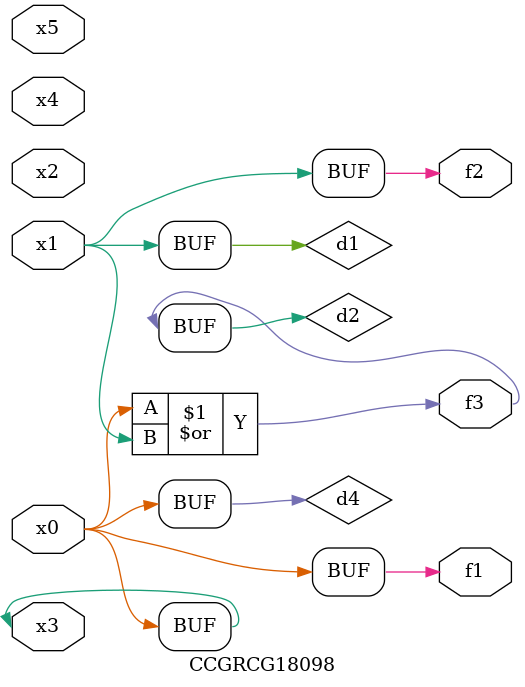
<source format=v>
module CCGRCG18098(
	input x0, x1, x2, x3, x4, x5,
	output f1, f2, f3
);

	wire d1, d2, d3, d4;

	and (d1, x1);
	or (d2, x0, x1);
	nand (d3, x0, x5);
	buf (d4, x0, x3);
	assign f1 = d4;
	assign f2 = d1;
	assign f3 = d2;
endmodule

</source>
